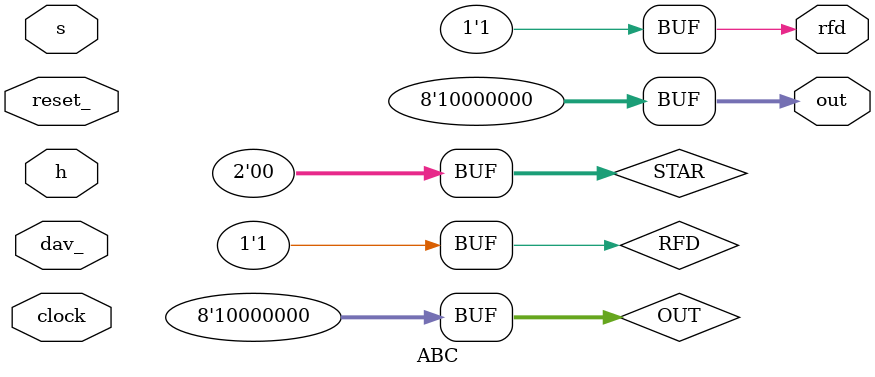
<source format=v>
module ABC(
    s, h, rfd, dav_, out,
    clock, reset_
);
    input clock, reset_;
    input dav_;
    output rfd; 
    output[7:0] out; 
    input s;
    input [6:0] h;  
 
    reg RFD; 
    reg [7:0] OUT;
    reg S; 
    reg [6:0] H;  
 
    reg[1:0] STAR; 
    localparam S0=0, S1=1, S2=2; 

    assign rfd=RFD; 
    assign out=OUT;  
 
    always @(reset_==0) #1
        begin
            RFD <= 1;
            OUT <= 8'h80;
            STAR <= S0;
        end

    always @(posedge clock) if (reset_==1) #3 
        casex(STAR) 
            S0: 
                begin
                    RFD <= 1;
                    S <= s;
                    H <= h;
                    STAR <= (dav_==0) ? S1 : S0;
                end
            S1:
                begin
                    RFD <= 0;
                    H <= H-1;
                    OUT <= (S==0) ? (OUT+1) : (OUT-1);
                    STAR <= (H==1) ? S2 : S1;
                end
            S2:
                begin
                    OUT <= 8'h80;
                    RFD <= 0;
                    STAR <= (dav_==1) ? S0 : S2;
                end
        endcase
endmodule
</source>
